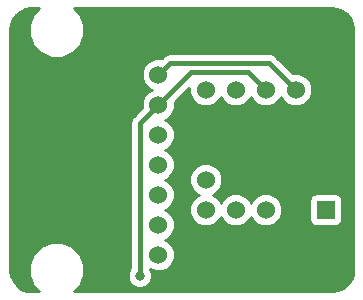
<source format=gbr>
G04 #@! TF.GenerationSoftware,KiCad,Pcbnew,(5.0.0)*
G04 #@! TF.CreationDate,2018-12-16T16:19:50-06:00*
G04 #@! TF.ProjectId,IMUBreakout_Hardware,494D55427265616B6F75745F48617264,rev?*
G04 #@! TF.SameCoordinates,Original*
G04 #@! TF.FileFunction,Copper,L2,Bot,Signal*
G04 #@! TF.FilePolarity,Positive*
%FSLAX46Y46*%
G04 Gerber Fmt 4.6, Leading zero omitted, Abs format (unit mm)*
G04 Created by KiCad (PCBNEW (5.0.0)) date 12/16/18 16:19:50*
%MOMM*%
%LPD*%
G01*
G04 APERTURE LIST*
G04 #@! TA.AperFunction,ComponentPad*
%ADD10C,1.524000*%
G04 #@! TD*
G04 #@! TA.AperFunction,ComponentPad*
%ADD11R,1.524000X1.524000*%
G04 #@! TD*
G04 #@! TA.AperFunction,ViaPad*
%ADD12C,0.800000*%
G04 #@! TD*
G04 #@! TA.AperFunction,Conductor*
%ADD13C,0.381000*%
G04 #@! TD*
G04 #@! TA.AperFunction,Conductor*
%ADD14C,0.254000*%
G04 #@! TD*
G04 APERTURE END LIST*
D10*
G04 #@! TO.P,Conn1,1*
G04 #@! TO.N,GND*
X147886958Y-107950000D03*
G04 #@! TO.P,Conn1,2*
G04 #@! TO.N,INT2AG*
X147886958Y-105410000D03*
G04 #@! TO.P,Conn1,3*
G04 #@! TO.N,INT1AG*
X147886958Y-102870000D03*
G04 #@! TO.P,Conn1,4*
G04 #@! TO.N,INTM*
X147886958Y-100330000D03*
G04 #@! TO.P,Conn1,5*
G04 #@! TO.N,DRDYM*
X147886958Y-97790000D03*
G04 #@! TO.P,Conn1,6*
G04 #@! TO.N,SDA*
X147886958Y-95250000D03*
G04 #@! TO.P,Conn1,7*
G04 #@! TO.N,SCL*
X147886958Y-92710000D03*
G04 #@! TO.P,Conn1,8*
G04 #@! TO.N,+3V3*
X147886958Y-90170000D03*
G04 #@! TD*
G04 #@! TO.P,U1,5*
G04 #@! TO.N,SDOM*
X151892000Y-93980000D03*
G04 #@! TO.P,U1,6*
G04 #@! TO.N,+3V3*
X151892000Y-96520000D03*
G04 #@! TO.P,U1,7*
X151892000Y-99060000D03*
G04 #@! TO.P,U1,8*
G04 #@! TO.N,DRDYM*
X151892000Y-101600000D03*
G04 #@! TO.P,U1,9*
G04 #@! TO.N,INTM*
X151892000Y-104140000D03*
G04 #@! TO.P,U1,10*
G04 #@! TO.N,INT1AG*
X154432000Y-104140000D03*
G04 #@! TO.P,U1,11*
G04 #@! TO.N,INT2AG*
X156972000Y-104140000D03*
G04 #@! TO.P,U1,12*
G04 #@! TO.N,+3V3*
X159512000Y-104140000D03*
D11*
G04 #@! TO.P,U1,13*
G04 #@! TO.N,GND*
X162052000Y-104140000D03*
D10*
G04 #@! TO.P,U1,4*
G04 #@! TO.N,SDOAG*
X154432000Y-93980000D03*
G04 #@! TO.P,U1,3*
G04 #@! TO.N,SDA*
X156972000Y-93980000D03*
G04 #@! TO.P,U1,2*
G04 #@! TO.N,SCL*
X159512000Y-93980000D03*
G04 #@! TO.P,U1,1*
G04 #@! TO.N,+3V3*
X162052000Y-93980000D03*
G04 #@! TD*
D12*
G04 #@! TO.N,SDA*
X146304000Y-109728000D03*
G04 #@! TO.N,+3V3*
X152908000Y-88646000D03*
G04 #@! TD*
D13*
G04 #@! TO.N,SDA*
X156972000Y-93980000D02*
X155448000Y-92456000D01*
X150680958Y-92456000D02*
X147886958Y-95250000D01*
X150680958Y-92456000D02*
X155448000Y-92456000D01*
X146304000Y-96832958D02*
X147886958Y-95250000D01*
X146304000Y-109728000D02*
X146304000Y-96832958D01*
G04 #@! TO.N,SCL*
X159512000Y-93980000D02*
X157226000Y-91694000D01*
X148902958Y-91694000D02*
X148699758Y-91897200D01*
X157226000Y-91694000D02*
X148902958Y-91694000D01*
X148699758Y-91897200D02*
X147886958Y-92710000D01*
G04 #@! TD*
D14*
G04 #@! TO.N,+3V3*
G36*
X137250247Y-87563167D02*
X136890958Y-88430567D01*
X136890958Y-89369433D01*
X137250247Y-90236833D01*
X137914125Y-90900711D01*
X138781525Y-91260000D01*
X139720391Y-91260000D01*
X140587791Y-90900711D01*
X141251669Y-90236833D01*
X141610958Y-89369433D01*
X141610958Y-88430567D01*
X141251669Y-87563167D01*
X140758502Y-87070000D01*
X162515334Y-87070000D01*
X163013698Y-87132958D01*
X163438893Y-87301305D01*
X163808858Y-87570101D01*
X164100356Y-87922462D01*
X164295067Y-88336244D01*
X164387093Y-88818662D01*
X164390000Y-88911164D01*
X164390001Y-109175326D01*
X164327042Y-109673699D01*
X164158697Y-110098889D01*
X163889899Y-110468859D01*
X163537541Y-110760355D01*
X163123756Y-110955067D01*
X162641339Y-111047093D01*
X162548836Y-111050000D01*
X140758502Y-111050000D01*
X141251669Y-110556833D01*
X141610958Y-109689433D01*
X141610958Y-109522126D01*
X145269000Y-109522126D01*
X145269000Y-109933874D01*
X145426569Y-110314280D01*
X145717720Y-110605431D01*
X146098126Y-110763000D01*
X146509874Y-110763000D01*
X146890280Y-110605431D01*
X147181431Y-110314280D01*
X147339000Y-109933874D01*
X147339000Y-109522126D01*
X147195503Y-109175692D01*
X147609077Y-109347000D01*
X148164839Y-109347000D01*
X148678295Y-109134320D01*
X149071278Y-108741337D01*
X149283958Y-108227881D01*
X149283958Y-107672119D01*
X149071278Y-107158663D01*
X148678295Y-106765680D01*
X148471445Y-106680000D01*
X148678295Y-106594320D01*
X149071278Y-106201337D01*
X149283958Y-105687881D01*
X149283958Y-105132119D01*
X149071278Y-104618663D01*
X148678295Y-104225680D01*
X148471445Y-104140000D01*
X148678295Y-104054320D01*
X149071278Y-103661337D01*
X149283958Y-103147881D01*
X149283958Y-102592119D01*
X149071278Y-102078663D01*
X148678295Y-101685680D01*
X148471445Y-101600000D01*
X148678295Y-101514320D01*
X148870496Y-101322119D01*
X150495000Y-101322119D01*
X150495000Y-101877881D01*
X150707680Y-102391337D01*
X151100663Y-102784320D01*
X151307513Y-102870000D01*
X151100663Y-102955680D01*
X150707680Y-103348663D01*
X150495000Y-103862119D01*
X150495000Y-104417881D01*
X150707680Y-104931337D01*
X151100663Y-105324320D01*
X151614119Y-105537000D01*
X152169881Y-105537000D01*
X152683337Y-105324320D01*
X153076320Y-104931337D01*
X153162000Y-104724487D01*
X153247680Y-104931337D01*
X153640663Y-105324320D01*
X154154119Y-105537000D01*
X154709881Y-105537000D01*
X155223337Y-105324320D01*
X155616320Y-104931337D01*
X155702000Y-104724487D01*
X155787680Y-104931337D01*
X156180663Y-105324320D01*
X156694119Y-105537000D01*
X157249881Y-105537000D01*
X157763337Y-105324320D01*
X158156320Y-104931337D01*
X158369000Y-104417881D01*
X158369000Y-103862119D01*
X158168472Y-103378000D01*
X160642560Y-103378000D01*
X160642560Y-104902000D01*
X160691843Y-105149765D01*
X160832191Y-105359809D01*
X161042235Y-105500157D01*
X161290000Y-105549440D01*
X162814000Y-105549440D01*
X163061765Y-105500157D01*
X163271809Y-105359809D01*
X163412157Y-105149765D01*
X163461440Y-104902000D01*
X163461440Y-103378000D01*
X163412157Y-103130235D01*
X163271809Y-102920191D01*
X163061765Y-102779843D01*
X162814000Y-102730560D01*
X161290000Y-102730560D01*
X161042235Y-102779843D01*
X160832191Y-102920191D01*
X160691843Y-103130235D01*
X160642560Y-103378000D01*
X158168472Y-103378000D01*
X158156320Y-103348663D01*
X157763337Y-102955680D01*
X157249881Y-102743000D01*
X156694119Y-102743000D01*
X156180663Y-102955680D01*
X155787680Y-103348663D01*
X155702000Y-103555513D01*
X155616320Y-103348663D01*
X155223337Y-102955680D01*
X154709881Y-102743000D01*
X154154119Y-102743000D01*
X153640663Y-102955680D01*
X153247680Y-103348663D01*
X153162000Y-103555513D01*
X153076320Y-103348663D01*
X152683337Y-102955680D01*
X152476487Y-102870000D01*
X152683337Y-102784320D01*
X153076320Y-102391337D01*
X153289000Y-101877881D01*
X153289000Y-101322119D01*
X153076320Y-100808663D01*
X152683337Y-100415680D01*
X152169881Y-100203000D01*
X151614119Y-100203000D01*
X151100663Y-100415680D01*
X150707680Y-100808663D01*
X150495000Y-101322119D01*
X148870496Y-101322119D01*
X149071278Y-101121337D01*
X149283958Y-100607881D01*
X149283958Y-100052119D01*
X149071278Y-99538663D01*
X148678295Y-99145680D01*
X148471445Y-99060000D01*
X148678295Y-98974320D01*
X149071278Y-98581337D01*
X149283958Y-98067881D01*
X149283958Y-97512119D01*
X149071278Y-96998663D01*
X148678295Y-96605680D01*
X148471445Y-96520000D01*
X148678295Y-96434320D01*
X149071278Y-96041337D01*
X149283958Y-95527881D01*
X149283958Y-95020432D01*
X150495000Y-93809391D01*
X150495000Y-94257881D01*
X150707680Y-94771337D01*
X151100663Y-95164320D01*
X151614119Y-95377000D01*
X152169881Y-95377000D01*
X152683337Y-95164320D01*
X153076320Y-94771337D01*
X153162000Y-94564487D01*
X153247680Y-94771337D01*
X153640663Y-95164320D01*
X154154119Y-95377000D01*
X154709881Y-95377000D01*
X155223337Y-95164320D01*
X155616320Y-94771337D01*
X155702000Y-94564487D01*
X155787680Y-94771337D01*
X156180663Y-95164320D01*
X156694119Y-95377000D01*
X157249881Y-95377000D01*
X157763337Y-95164320D01*
X158156320Y-94771337D01*
X158242000Y-94564487D01*
X158327680Y-94771337D01*
X158720663Y-95164320D01*
X159234119Y-95377000D01*
X159789881Y-95377000D01*
X160303337Y-95164320D01*
X160696320Y-94771337D01*
X160909000Y-94257881D01*
X160909000Y-93702119D01*
X160696320Y-93188663D01*
X160303337Y-92795680D01*
X159789881Y-92583000D01*
X159282433Y-92583000D01*
X157867209Y-91167777D01*
X157821152Y-91098848D01*
X157548094Y-90916396D01*
X157307303Y-90868500D01*
X157307301Y-90868500D01*
X157226000Y-90852328D01*
X157144699Y-90868500D01*
X148984255Y-90868500D01*
X148902957Y-90852329D01*
X148821660Y-90868500D01*
X148821655Y-90868500D01*
X148580864Y-90916396D01*
X148307806Y-91098848D01*
X148261749Y-91167777D01*
X148173534Y-91255992D01*
X148173531Y-91255994D01*
X148116525Y-91313000D01*
X147609077Y-91313000D01*
X147095621Y-91525680D01*
X146702638Y-91918663D01*
X146489958Y-92432119D01*
X146489958Y-92987881D01*
X146702638Y-93501337D01*
X147095621Y-93894320D01*
X147302471Y-93980000D01*
X147095621Y-94065680D01*
X146702638Y-94458663D01*
X146489958Y-94972119D01*
X146489958Y-95479568D01*
X145777775Y-96191751D01*
X145708849Y-96237806D01*
X145662794Y-96306732D01*
X145526397Y-96510864D01*
X145462328Y-96832958D01*
X145478501Y-96914264D01*
X145478500Y-109089789D01*
X145426569Y-109141720D01*
X145269000Y-109522126D01*
X141610958Y-109522126D01*
X141610958Y-108750567D01*
X141251669Y-107883167D01*
X140587791Y-107219289D01*
X139720391Y-106860000D01*
X138781525Y-106860000D01*
X137914125Y-107219289D01*
X137250247Y-107883167D01*
X136890958Y-108750567D01*
X136890958Y-109689433D01*
X137250247Y-110556833D01*
X137743414Y-111050000D01*
X137204667Y-111050000D01*
X136706301Y-110987042D01*
X136281111Y-110818697D01*
X135911141Y-110549899D01*
X135619645Y-110197541D01*
X135424933Y-109783756D01*
X135332907Y-109301339D01*
X135330000Y-109208836D01*
X135330000Y-88944666D01*
X135392958Y-88446302D01*
X135561305Y-88021107D01*
X135830101Y-87651142D01*
X136182462Y-87359644D01*
X136596244Y-87164933D01*
X137078662Y-87072907D01*
X137171164Y-87070000D01*
X137743414Y-87070000D01*
X137250247Y-87563167D01*
X137250247Y-87563167D01*
G37*
X137250247Y-87563167D02*
X136890958Y-88430567D01*
X136890958Y-89369433D01*
X137250247Y-90236833D01*
X137914125Y-90900711D01*
X138781525Y-91260000D01*
X139720391Y-91260000D01*
X140587791Y-90900711D01*
X141251669Y-90236833D01*
X141610958Y-89369433D01*
X141610958Y-88430567D01*
X141251669Y-87563167D01*
X140758502Y-87070000D01*
X162515334Y-87070000D01*
X163013698Y-87132958D01*
X163438893Y-87301305D01*
X163808858Y-87570101D01*
X164100356Y-87922462D01*
X164295067Y-88336244D01*
X164387093Y-88818662D01*
X164390000Y-88911164D01*
X164390001Y-109175326D01*
X164327042Y-109673699D01*
X164158697Y-110098889D01*
X163889899Y-110468859D01*
X163537541Y-110760355D01*
X163123756Y-110955067D01*
X162641339Y-111047093D01*
X162548836Y-111050000D01*
X140758502Y-111050000D01*
X141251669Y-110556833D01*
X141610958Y-109689433D01*
X141610958Y-109522126D01*
X145269000Y-109522126D01*
X145269000Y-109933874D01*
X145426569Y-110314280D01*
X145717720Y-110605431D01*
X146098126Y-110763000D01*
X146509874Y-110763000D01*
X146890280Y-110605431D01*
X147181431Y-110314280D01*
X147339000Y-109933874D01*
X147339000Y-109522126D01*
X147195503Y-109175692D01*
X147609077Y-109347000D01*
X148164839Y-109347000D01*
X148678295Y-109134320D01*
X149071278Y-108741337D01*
X149283958Y-108227881D01*
X149283958Y-107672119D01*
X149071278Y-107158663D01*
X148678295Y-106765680D01*
X148471445Y-106680000D01*
X148678295Y-106594320D01*
X149071278Y-106201337D01*
X149283958Y-105687881D01*
X149283958Y-105132119D01*
X149071278Y-104618663D01*
X148678295Y-104225680D01*
X148471445Y-104140000D01*
X148678295Y-104054320D01*
X149071278Y-103661337D01*
X149283958Y-103147881D01*
X149283958Y-102592119D01*
X149071278Y-102078663D01*
X148678295Y-101685680D01*
X148471445Y-101600000D01*
X148678295Y-101514320D01*
X148870496Y-101322119D01*
X150495000Y-101322119D01*
X150495000Y-101877881D01*
X150707680Y-102391337D01*
X151100663Y-102784320D01*
X151307513Y-102870000D01*
X151100663Y-102955680D01*
X150707680Y-103348663D01*
X150495000Y-103862119D01*
X150495000Y-104417881D01*
X150707680Y-104931337D01*
X151100663Y-105324320D01*
X151614119Y-105537000D01*
X152169881Y-105537000D01*
X152683337Y-105324320D01*
X153076320Y-104931337D01*
X153162000Y-104724487D01*
X153247680Y-104931337D01*
X153640663Y-105324320D01*
X154154119Y-105537000D01*
X154709881Y-105537000D01*
X155223337Y-105324320D01*
X155616320Y-104931337D01*
X155702000Y-104724487D01*
X155787680Y-104931337D01*
X156180663Y-105324320D01*
X156694119Y-105537000D01*
X157249881Y-105537000D01*
X157763337Y-105324320D01*
X158156320Y-104931337D01*
X158369000Y-104417881D01*
X158369000Y-103862119D01*
X158168472Y-103378000D01*
X160642560Y-103378000D01*
X160642560Y-104902000D01*
X160691843Y-105149765D01*
X160832191Y-105359809D01*
X161042235Y-105500157D01*
X161290000Y-105549440D01*
X162814000Y-105549440D01*
X163061765Y-105500157D01*
X163271809Y-105359809D01*
X163412157Y-105149765D01*
X163461440Y-104902000D01*
X163461440Y-103378000D01*
X163412157Y-103130235D01*
X163271809Y-102920191D01*
X163061765Y-102779843D01*
X162814000Y-102730560D01*
X161290000Y-102730560D01*
X161042235Y-102779843D01*
X160832191Y-102920191D01*
X160691843Y-103130235D01*
X160642560Y-103378000D01*
X158168472Y-103378000D01*
X158156320Y-103348663D01*
X157763337Y-102955680D01*
X157249881Y-102743000D01*
X156694119Y-102743000D01*
X156180663Y-102955680D01*
X155787680Y-103348663D01*
X155702000Y-103555513D01*
X155616320Y-103348663D01*
X155223337Y-102955680D01*
X154709881Y-102743000D01*
X154154119Y-102743000D01*
X153640663Y-102955680D01*
X153247680Y-103348663D01*
X153162000Y-103555513D01*
X153076320Y-103348663D01*
X152683337Y-102955680D01*
X152476487Y-102870000D01*
X152683337Y-102784320D01*
X153076320Y-102391337D01*
X153289000Y-101877881D01*
X153289000Y-101322119D01*
X153076320Y-100808663D01*
X152683337Y-100415680D01*
X152169881Y-100203000D01*
X151614119Y-100203000D01*
X151100663Y-100415680D01*
X150707680Y-100808663D01*
X150495000Y-101322119D01*
X148870496Y-101322119D01*
X149071278Y-101121337D01*
X149283958Y-100607881D01*
X149283958Y-100052119D01*
X149071278Y-99538663D01*
X148678295Y-99145680D01*
X148471445Y-99060000D01*
X148678295Y-98974320D01*
X149071278Y-98581337D01*
X149283958Y-98067881D01*
X149283958Y-97512119D01*
X149071278Y-96998663D01*
X148678295Y-96605680D01*
X148471445Y-96520000D01*
X148678295Y-96434320D01*
X149071278Y-96041337D01*
X149283958Y-95527881D01*
X149283958Y-95020432D01*
X150495000Y-93809391D01*
X150495000Y-94257881D01*
X150707680Y-94771337D01*
X151100663Y-95164320D01*
X151614119Y-95377000D01*
X152169881Y-95377000D01*
X152683337Y-95164320D01*
X153076320Y-94771337D01*
X153162000Y-94564487D01*
X153247680Y-94771337D01*
X153640663Y-95164320D01*
X154154119Y-95377000D01*
X154709881Y-95377000D01*
X155223337Y-95164320D01*
X155616320Y-94771337D01*
X155702000Y-94564487D01*
X155787680Y-94771337D01*
X156180663Y-95164320D01*
X156694119Y-95377000D01*
X157249881Y-95377000D01*
X157763337Y-95164320D01*
X158156320Y-94771337D01*
X158242000Y-94564487D01*
X158327680Y-94771337D01*
X158720663Y-95164320D01*
X159234119Y-95377000D01*
X159789881Y-95377000D01*
X160303337Y-95164320D01*
X160696320Y-94771337D01*
X160909000Y-94257881D01*
X160909000Y-93702119D01*
X160696320Y-93188663D01*
X160303337Y-92795680D01*
X159789881Y-92583000D01*
X159282433Y-92583000D01*
X157867209Y-91167777D01*
X157821152Y-91098848D01*
X157548094Y-90916396D01*
X157307303Y-90868500D01*
X157307301Y-90868500D01*
X157226000Y-90852328D01*
X157144699Y-90868500D01*
X148984255Y-90868500D01*
X148902957Y-90852329D01*
X148821660Y-90868500D01*
X148821655Y-90868500D01*
X148580864Y-90916396D01*
X148307806Y-91098848D01*
X148261749Y-91167777D01*
X148173534Y-91255992D01*
X148173531Y-91255994D01*
X148116525Y-91313000D01*
X147609077Y-91313000D01*
X147095621Y-91525680D01*
X146702638Y-91918663D01*
X146489958Y-92432119D01*
X146489958Y-92987881D01*
X146702638Y-93501337D01*
X147095621Y-93894320D01*
X147302471Y-93980000D01*
X147095621Y-94065680D01*
X146702638Y-94458663D01*
X146489958Y-94972119D01*
X146489958Y-95479568D01*
X145777775Y-96191751D01*
X145708849Y-96237806D01*
X145662794Y-96306732D01*
X145526397Y-96510864D01*
X145462328Y-96832958D01*
X145478501Y-96914264D01*
X145478500Y-109089789D01*
X145426569Y-109141720D01*
X145269000Y-109522126D01*
X141610958Y-109522126D01*
X141610958Y-108750567D01*
X141251669Y-107883167D01*
X140587791Y-107219289D01*
X139720391Y-106860000D01*
X138781525Y-106860000D01*
X137914125Y-107219289D01*
X137250247Y-107883167D01*
X136890958Y-108750567D01*
X136890958Y-109689433D01*
X137250247Y-110556833D01*
X137743414Y-111050000D01*
X137204667Y-111050000D01*
X136706301Y-110987042D01*
X136281111Y-110818697D01*
X135911141Y-110549899D01*
X135619645Y-110197541D01*
X135424933Y-109783756D01*
X135332907Y-109301339D01*
X135330000Y-109208836D01*
X135330000Y-88944666D01*
X135392958Y-88446302D01*
X135561305Y-88021107D01*
X135830101Y-87651142D01*
X136182462Y-87359644D01*
X136596244Y-87164933D01*
X137078662Y-87072907D01*
X137171164Y-87070000D01*
X137743414Y-87070000D01*
X137250247Y-87563167D01*
G04 #@! TD*
M02*

</source>
